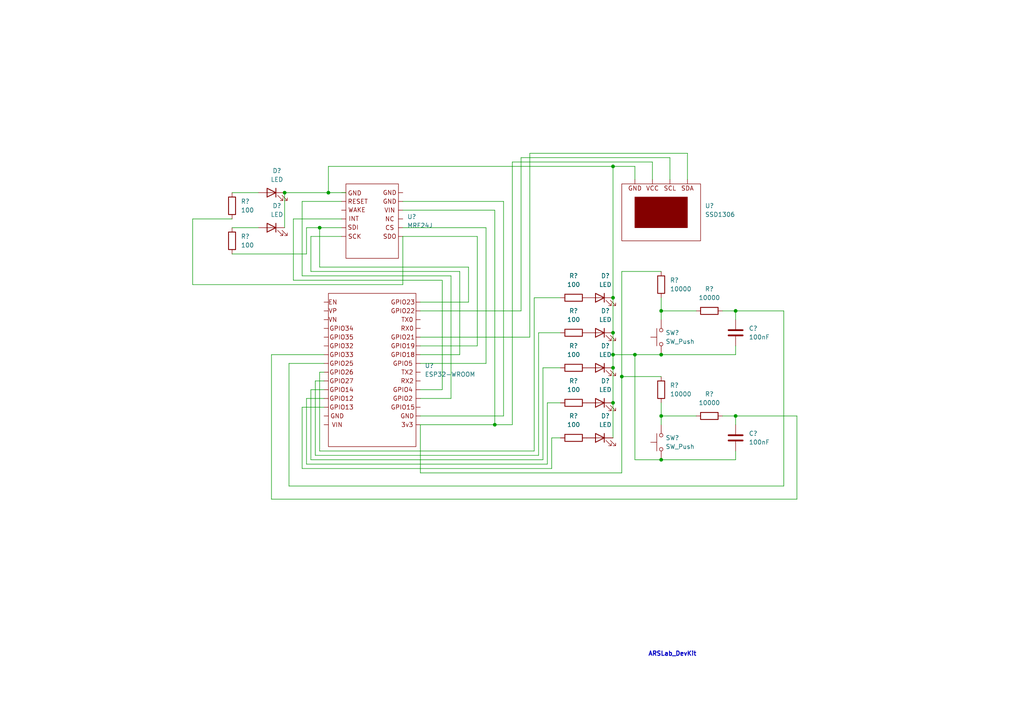
<source format=kicad_sch>
(kicad_sch (version 20211123) (generator eeschema)
  (paper "A4")
  (lib_symbols
    (symbol "Custom:ESP32-WROOM"
      (property "Reference" "U" (at 0 -16.51 0))
      (property "Value" "ESP32-WROOM" (at 0 -17.78 0))
      (symbol "ESP32-WROOM_0_0"
        (rectangle (start -12.7 25.4) (end 12.7 -19.05))
        (polyline (pts (xy -12.7 -12.7) (xy -13.97 -12.7)))
        (polyline (pts (xy -12.7 -10.16) (xy -13.97 -10.16)))
        (polyline (pts (xy -12.7 -7.62) (xy -13.97 -7.62)))
        (polyline (pts (xy -12.7 -5.08) (xy -13.97 -5.08)))
        (polyline (pts (xy -12.7 -2.54) (xy -13.97 -2.54)))
        (polyline (pts (xy -12.7 0) (xy -13.97 0)))
        (polyline (pts (xy -12.7 2.54) (xy -13.97 2.54)))
        (polyline (pts (xy -12.7 5.08) (xy -13.97 5.08)))
        (polyline (pts (xy -12.7 7.62) (xy -13.97 7.62)))
        (polyline (pts (xy -12.7 10.16) (xy -13.97 10.16)))
        (polyline (pts (xy -12.7 12.7) (xy -13.97 12.7)))
        (polyline (pts (xy -12.7 15.24) (xy -13.97 15.24)))
        (polyline (pts (xy -12.7 17.78) (xy -13.97 17.78)))
        (polyline (pts (xy -12.7 20.32) (xy -13.97 20.32)))
        (polyline (pts (xy -12.7 22.86) (xy -13.97 22.86)))
        (polyline (pts (xy 12.7 -12.7) (xy 13.97 -12.7)))
        (polyline (pts (xy 12.7 -10.16) (xy 13.97 -10.16)))
        (polyline (pts (xy 12.7 -7.62) (xy 13.97 -7.62)))
        (polyline (pts (xy 12.7 -5.08) (xy 13.97 -5.08)))
        (polyline (pts (xy 12.7 -2.54) (xy 13.97 -2.54)))
        (polyline (pts (xy 12.7 0) (xy 13.97 0)))
        (polyline (pts (xy 12.7 2.54) (xy 13.97 2.54)))
        (polyline (pts (xy 12.7 5.08) (xy 13.97 5.08)))
        (polyline (pts (xy 12.7 7.62) (xy 13.97 7.62)))
        (polyline (pts (xy 12.7 10.16) (xy 13.97 10.16)))
        (polyline (pts (xy 12.7 12.7) (xy 13.97 12.7)))
        (polyline (pts (xy 12.7 15.24) (xy 13.97 15.24)))
        (polyline (pts (xy 12.7 17.78) (xy 13.97 17.78)))
        (polyline (pts (xy 12.7 20.32) (xy 13.97 20.32)))
        (polyline (pts (xy 12.7 22.86) (xy 13.97 22.86)))
        (text "3v3" (at 10.16 -12.7 0) (effects (font (size 1.27 1.27))))
        (text "EN" (at -11.43 22.86 0) (effects (font (size 1.27 1.27))))
        (text "GND" (at -10.16 -10.16 0) (effects (font (size 1.27 1.27))))
        (text "GND" (at 10.16 -10.16 0) (effects (font (size 1.27 1.27))))
        (text "GPIO12" (at -8.89 -5.08 0) (effects (font (size 1.27 1.27))))
        (text "GPIO13" (at -8.89 -7.62 0) (effects (font (size 1.27 1.27))))
        (text "GPIO14" (at -8.89 -2.54 0) (effects (font (size 1.27 1.27))))
        (text "GPIO15" (at 8.89 -7.62 0) (effects (font (size 1.27 1.27))))
        (text "GPIO18" (at 8.89 7.62 0) (effects (font (size 1.27 1.27))))
        (text "GPIO19" (at 8.89 10.16 0) (effects (font (size 1.27 1.27))))
        (text "GPIO2" (at 8.89 -5.08 0) (effects (font (size 1.27 1.27))))
        (text "GPIO21" (at 8.89 12.7 0) (effects (font (size 1.27 1.27))))
        (text "GPIO22" (at 8.89 20.32 0) (effects (font (size 1.27 1.27))))
        (text "GPIO23" (at 8.89 22.86 0) (effects (font (size 1.27 1.27))))
        (text "GPIO25" (at -8.89 5.08 0) (effects (font (size 1.27 1.27))))
        (text "GPIO26" (at -8.89 2.54 0) (effects (font (size 1.27 1.27))))
        (text "GPIO27" (at -8.89 0 0) (effects (font (size 1.27 1.27))))
        (text "GPIO32" (at -8.89 10.16 0) (effects (font (size 1.27 1.27))))
        (text "GPIO33" (at -8.89 7.62 0) (effects (font (size 1.27 1.27))))
        (text "GPIO34" (at -8.89 15.24 0) (effects (font (size 1.27 1.27))))
        (text "GPIO35" (at -8.89 12.7 0) (effects (font (size 1.27 1.27))))
        (text "GPIO4" (at 8.89 -2.54 0) (effects (font (size 1.27 1.27))))
        (text "GPIO5" (at 8.89 5.08 0) (effects (font (size 1.27 1.27))))
        (text "RX0" (at 10.16 15.24 0) (effects (font (size 1.27 1.27))))
        (text "RX2" (at 10.16 0 0) (effects (font (size 1.27 1.27))))
        (text "TX0" (at 10.16 17.78 0) (effects (font (size 1.27 1.27))))
        (text "TX2" (at 10.16 2.54 0) (effects (font (size 1.27 1.27))))
        (text "VIN" (at -10.16 -12.7 0) (effects (font (size 1.27 1.27))))
        (text "VN" (at -11.43 17.78 0) (effects (font (size 1.27 1.27))))
        (text "VP" (at -11.43 20.32 0) (effects (font (size 1.27 1.27))))
      )
    )
    (symbol "Custom:MRF24J"
      (property "Reference" "U" (at 0 -5.9757 0))
      (property "Value" "MRF24J" (at 0 -7.62 0))
      (symbol "MRF24J_0_0"
        (rectangle (start -7.62 12.7) (end 7.62 -8.89))
        (polyline (pts (xy -7.62 -2.54) (xy -8.89 -2.54)))
        (polyline (pts (xy -7.62 0) (xy -8.89 0)))
        (polyline (pts (xy -7.62 2.54) (xy -8.89 2.54)))
        (polyline (pts (xy -7.62 5.08) (xy -8.89 5.08)))
        (polyline (pts (xy -7.62 7.62) (xy -8.89 7.62)))
        (polyline (pts (xy -7.62 10.16) (xy -8.89 10.16)))
        (polyline (pts (xy 7.62 -2.54) (xy 8.89 -2.54)))
        (polyline (pts (xy 7.62 0) (xy 8.89 0)))
        (polyline (pts (xy 7.62 2.54) (xy 8.89 2.54)))
        (polyline (pts (xy 7.62 5.08) (xy 8.89 5.08)))
        (polyline (pts (xy 7.62 7.62) (xy 8.89 7.62)))
        (polyline (pts (xy 7.62 10.16) (xy 8.89 10.16)))
        (text "CS" (at 5.08 0 0) (effects (font (size 1.27 1.27))))
        (text "GND" (at -5.0676 10.0417 0) (effects (font (size 1.27 1.27))))
        (text "GND" (at 5.08 7.62 0) (effects (font (size 1.27 1.27))))
        (text "GND" (at 5.08 10.16 0) (effects (font (size 1.27 1.27))))
        (text "INT" (at -5.3391 2.6212 0) (effects (font (size 1.27 1.27))))
        (text "NC" (at 5.08 2.54 0) (effects (font (size 1.27 1.27))))
        (text "RESET" (at -4.1627 7.5984 0) (effects (font (size 1.27 1.27))))
        (text "SCK" (at -5.08 -2.54 0) (effects (font (size 1.27 1.27))))
        (text "SDI" (at -5.5201 0.0874 0) (effects (font (size 1.27 1.27))))
        (text "SDO" (at 5.08 -2.54 0) (effects (font (size 1.27 1.27))))
        (text "VIN" (at 5.08 5.08 0) (effects (font (size 1.27 1.27))))
        (text "WAKE" (at -4.4342 5.1551 0) (effects (font (size 1.27 1.27))))
      )
    )
    (symbol "Custom:SSD1306"
      (property "Reference" "U" (at 0 -5.08 0))
      (property "Value" "SSD1306" (at 0 -6.35 0))
      (symbol "SSD1306_0_0"
        (rectangle (start -11.43 8.89) (end 11.43 -7.62))
        (rectangle (start -7.62 5.08) (end 7.62 -3.81) (fill (type outline)))
        (polyline (pts (xy -7.62 8.89) (xy -7.62 10.16)))
        (polyline (pts (xy -2.54 8.89) (xy -2.54 10.16)))
        (polyline (pts (xy 2.54 8.89) (xy 2.54 10.16)))
        (polyline (pts (xy 7.62 8.89) (xy 7.62 10.16)))
        (text "GND" (at -7.62 7.62 0) (effects (font (size 1.27 1.27))))
        (text "SCL" (at 2.54 7.62 0) (effects (font (size 1.27 1.27))))
        (text "SDA" (at 7.62 7.62 0) (effects (font (size 1.27 1.27))))
        (text "VCC" (at -2.54 7.62 0) (effects (font (size 1.27 1.27))))
      )
    )
    (symbol "Device:C" (pin_numbers hide) (pin_names (offset 0.254))
      (property "Reference" "C" (at 0.635 2.54 0))
      (property "Value" "C" (at 0.635 -2.54 0))
      (symbol "C_0_1"
        (polyline (pts (xy -2.032 -0.762) (xy 2.032 -0.762)) (stroke (width 0.508)))
        (polyline (pts (xy -2.032 0.762) (xy 2.032 0.762)) (stroke (width 0.508)))
      )
      (symbol "C_1_1"
        (pin passive line (at 0 3.81 270) (length 2.794) (name "~") (number "1"))
        (pin passive line (at 0 -3.81 90) (length 2.794) (name "~") (number "2"))
      )
    )
    (symbol "Device:LED" (pin_numbers hide) (pin_names (offset 1.016) hide)
      (property "Reference" "D" (at 0 2.54 0))
      (property "Value" "LED" (at 0 -2.54 0))
      (symbol "LED_0_1"
        (polyline (pts (xy -1.27 -1.27) (xy -1.27 1.27)) (stroke (width 0.254)))
        (polyline (pts (xy -1.27 0) (xy 1.27 0)))
        (polyline (pts (xy 1.27 -1.27) (xy 1.27 1.27) (xy -1.27 0) (xy 1.27 -1.27)) (stroke (width 0.254)))
        (polyline (pts (xy -3.048 -0.762) (xy -4.572 -2.286) (xy -3.81 -2.286) (xy -4.572 -2.286) (xy -4.572 -1.524)))
        (polyline (pts (xy -1.778 -0.762) (xy -3.302 -2.286) (xy -2.54 -2.286) (xy -3.302 -2.286) (xy -3.302 -1.524)))
      )
      (symbol "LED_1_1"
        (pin passive line (at -3.81 0 0) (length 2.54) (name "K") (number "1"))
        (pin passive line (at 3.81 0 180) (length 2.54) (name "A") (number "2"))
      )
    )
    (symbol "Device:R" (pin_numbers hide) (pin_names (offset 0))
      (property "Reference" "R" (at 2.032 0 90))
      (property "Value" "R" (at 0 0 90))
      (symbol "R_0_1"
        (rectangle (start -1.016 -2.54) (end 1.016 2.54) (stroke (width 0.254)))
      )
      (symbol "R_1_1"
        (pin passive line (at 0 3.81 270) (length 1.27) (name "~") (number "1"))
        (pin passive line (at 0 -3.81 90) (length 1.27) (name "~") (number "2"))
      )
    )
    (symbol "Switch:SW_Push" (pin_numbers hide) (pin_names (offset 1.016) hide)
      (property "Reference" "SW" (at 1.27 2.54 0))
      (property "Value" "SW_Push" (at 0 -1.524 0))
      (symbol "SW_Push_0_1"
        (circle (center -2.032 0) (radius 0.508))
        (polyline (pts (xy 0 1.27) (xy 0 3.048)))
        (polyline (pts (xy 2.54 1.27) (xy -2.54 1.27)))
        (circle (center 2.032 0) (radius 0.508))
        (pin passive line (at -5.08 0 0) (length 2.54) (name "1") (number "1"))
        (pin passive line (at 5.08 0 180) (length 2.54) (name "2") (number "2"))
      )
    )
  )
  (junction (at 191.77 90.17))
  (junction (at 213.36 90.17))
  (junction (at 213.36 120.65))
  (junction (at 177.8 102.87))
  (junction (at 191.77 133.35))
  (junction (at 191.77 120.65))
  (junction (at 191.77 102.87))
  (junction (at 177.8 86.36))
  (junction (at 180.34 109.22))
  (junction (at 177.8 106.68))
  (junction (at 184.15 102.87))
  (junction (at 92.71 66.04))
  (junction (at 143.51 123.19))
  (junction (at 177.8 48.26))
  (junction (at 82.55 55.88))
  (junction (at 95.25 55.88))
  (junction (at 177.8 96.52))
  (junction (at 177.8 116.84))
  (wire (pts (xy 133.35 102.87) (xy 133.35 78.74)))
  (wire (pts (xy 184.15 48.26) (xy 177.8 48.26)))
  (wire (pts (xy 158.75 116.84) (xy 158.75 134.62)))
  (wire (pts (xy 177.8 96.52) (xy 177.8 102.87)))
  (wire (pts (xy 177.8 106.68) (xy 177.8 116.84)))
  (wire (pts (xy 148.59 46.99) (xy 148.59 123.19)))
  (wire (pts (xy 88.9 134.62) (xy 88.9 115.57)))
  (wire (pts (xy 148.59 123.19) (xy 143.51 123.19)))
  (wire (pts (xy 83.82 105.41) (xy 93.98 105.41)))
  (wire (pts (xy 82.55 55.88) (xy 95.25 55.88)))
  (wire (pts (xy 162.56 106.68) (xy 157.48 106.68)))
  (wire (pts (xy 95.25 55.88) (xy 100.33 55.88)))
  (wire (pts (xy 162.56 96.52) (xy 156.21 96.52)))
  (wire (pts (xy 121.92 137.16) (xy 121.92 123.19)))
  (wire (pts (xy 128.27 113.03) (xy 128.27 81.28)))
  (wire (pts (xy 154.94 130.81) (xy 92.71 130.81)))
  (wire (pts (xy 116.84 60.96) (xy 143.51 60.96)))
  (wire (pts (xy 87.63 118.11) (xy 93.98 118.11)))
  (wire (pts (xy 85.09 81.28) (xy 85.09 63.5)))
  (wire (pts (xy 135.89 77.47) (xy 92.71 77.47)))
  (wire (pts (xy 121.92 100.33) (xy 138.43 100.33)))
  (wire (pts (xy 191.77 90.17) (xy 201.93 90.17)))
  (wire (pts (xy 162.56 116.84) (xy 158.75 116.84)))
  (wire (pts (xy 121.92 115.57) (xy 130.81 115.57)))
  (wire (pts (xy 213.36 90.17) (xy 213.36 92.71)))
  (wire (pts (xy 78.74 102.87) (xy 93.98 102.87)))
  (wire (pts (xy 231.14 120.65) (xy 231.14 144.78)))
  (wire (pts (xy 92.71 107.95) (xy 93.98 107.95)))
  (wire (pts (xy 189.23 52.07) (xy 189.23 46.99)))
  (wire (pts (xy 133.35 78.74) (xy 90.17 78.74)))
  (wire (pts (xy 184.15 102.87) (xy 191.77 102.87)))
  (wire (pts (xy 177.8 102.87) (xy 184.15 102.87)))
  (wire (pts (xy 199.39 44.45) (xy 153.67 44.45)))
  (wire (pts (xy 92.71 77.47) (xy 92.71 66.04)))
  (wire (pts (xy 92.71 130.81) (xy 92.71 107.95)))
  (wire (pts (xy 157.48 133.35) (xy 90.17 133.35)))
  (wire (pts (xy 116.84 66.04) (xy 140.97 66.04)))
  (wire (pts (xy 191.77 120.65) (xy 201.93 120.65)))
  (wire (pts (xy 191.77 78.74) (xy 180.34 78.74)))
  (wire (pts (xy 92.71 66.04) (xy 99.06 66.04)))
  (wire (pts (xy 90.17 78.74) (xy 90.17 68.58)))
  (wire (pts (xy 153.67 44.45) (xy 153.67 97.79)))
  (wire (pts (xy 67.31 55.88) (xy 74.93 55.88)))
  (wire (pts (xy 116.84 82.55) (xy 116.84 68.58)))
  (wire (pts (xy 191.77 133.35) (xy 213.36 133.35)))
  (wire (pts (xy 140.97 105.41) (xy 140.97 66.04)))
  (wire (pts (xy 130.81 115.57) (xy 130.81 80.01)))
  (wire (pts (xy 116.84 58.42) (xy 146.05 58.42)))
  (wire (pts (xy 180.34 78.74) (xy 180.34 109.22)))
  (wire (pts (xy 162.56 86.36) (xy 154.94 86.36)))
  (wire (pts (xy 209.55 120.65) (xy 213.36 120.65)))
  (wire (pts (xy 199.39 52.07) (xy 199.39 44.45)))
  (wire (pts (xy 194.31 52.07) (xy 194.31 45.72)))
  (wire (pts (xy 121.92 97.79) (xy 153.67 97.79)))
  (wire (pts (xy 231.14 144.78) (xy 78.74 144.78)))
  (wire (pts (xy 121.92 105.41) (xy 140.97 105.41)))
  (wire (pts (xy 91.44 110.49) (xy 93.98 110.49)))
  (wire (pts (xy 191.77 120.65) (xy 191.77 123.19)))
  (wire (pts (xy 209.55 90.17) (xy 213.36 90.17)))
  (wire (pts (xy 184.15 52.07) (xy 184.15 48.26)))
  (wire (pts (xy 143.51 123.19) (xy 143.51 60.96)))
  (wire (pts (xy 121.92 90.17) (xy 151.13 90.17)))
  (wire (pts (xy 191.77 109.22) (xy 180.34 109.22)))
  (wire (pts (xy 151.13 45.72) (xy 151.13 90.17)))
  (wire (pts (xy 87.63 58.42) (xy 99.06 58.42)))
  (wire (pts (xy 67.31 63.5) (xy 55.88 63.5)))
  (wire (pts (xy 91.44 132.08) (xy 91.44 110.49)))
  (wire (pts (xy 121.92 87.63) (xy 135.89 87.63)))
  (wire (pts (xy 180.34 137.16) (xy 121.92 137.16)))
  (wire (pts (xy 88.9 115.57) (xy 93.98 115.57)))
  (wire (pts (xy 121.92 102.87) (xy 133.35 102.87)))
  (wire (pts (xy 191.77 133.35) (xy 184.15 133.35)))
  (wire (pts (xy 67.31 66.04) (xy 74.93 66.04)))
  (wire (pts (xy 162.56 127) (xy 160.02 127)))
  (wire (pts (xy 55.88 82.55) (xy 116.84 82.55)))
  (wire (pts (xy 156.21 96.52) (xy 156.21 132.08)))
  (wire (pts (xy 128.27 81.28) (xy 85.09 81.28)))
  (wire (pts (xy 90.17 68.58) (xy 99.06 68.58)))
  (wire (pts (xy 227.33 140.97) (xy 83.82 140.97)))
  (wire (pts (xy 213.36 90.17) (xy 227.33 90.17)))
  (wire (pts (xy 160.02 135.89) (xy 87.63 135.89)))
  (wire (pts (xy 213.36 133.35) (xy 213.36 130.81)))
  (wire (pts (xy 116.84 68.58) (xy 138.43 68.58)))
  (wire (pts (xy 213.36 120.65) (xy 213.36 123.19)))
  (wire (pts (xy 87.63 80.01) (xy 87.63 58.42)))
  (wire (pts (xy 135.89 87.63) (xy 135.89 77.47)))
  (wire (pts (xy 156.21 132.08) (xy 91.44 132.08)))
  (wire (pts (xy 55.88 63.5) (xy 55.88 82.55)))
  (wire (pts (xy 191.77 102.87) (xy 213.36 102.87)))
  (wire (pts (xy 177.8 102.87) (xy 177.8 106.68)))
  (wire (pts (xy 227.33 90.17) (xy 227.33 140.97)))
  (wire (pts (xy 213.36 120.65) (xy 231.14 120.65)))
  (wire (pts (xy 177.8 86.36) (xy 177.8 96.52)))
  (wire (pts (xy 138.43 100.33) (xy 138.43 68.58)))
  (wire (pts (xy 213.36 102.87) (xy 213.36 100.33)))
  (wire (pts (xy 189.23 46.99) (xy 148.59 46.99)))
  (wire (pts (xy 191.77 86.36) (xy 191.77 90.17)))
  (wire (pts (xy 83.82 140.97) (xy 83.82 105.41)))
  (wire (pts (xy 130.81 80.01) (xy 87.63 80.01)))
  (wire (pts (xy 85.09 63.5) (xy 99.06 63.5)))
  (wire (pts (xy 180.34 109.22) (xy 180.34 137.16)))
  (wire (pts (xy 177.8 48.26) (xy 95.25 48.26)))
  (wire (pts (xy 177.8 48.26) (xy 177.8 86.36)))
  (wire (pts (xy 82.55 55.88) (xy 82.55 66.04)))
  (wire (pts (xy 146.05 120.65) (xy 146.05 58.42)))
  (wire (pts (xy 78.74 144.78) (xy 78.74 102.87)))
  (wire (pts (xy 67.31 73.66) (xy 88.9 73.66)))
  (wire (pts (xy 121.92 113.03) (xy 128.27 113.03)))
  (wire (pts (xy 90.17 133.35) (xy 90.17 113.03)))
  (wire (pts (xy 194.31 45.72) (xy 151.13 45.72)))
  (wire (pts (xy 121.92 123.19) (xy 143.51 123.19)))
  (wire (pts (xy 88.9 73.66) (xy 88.9 66.04)))
  (wire (pts (xy 177.8 116.84) (xy 177.8 127)))
  (wire (pts (xy 184.15 133.35) (xy 184.15 102.87)))
  (wire (pts (xy 157.48 106.68) (xy 157.48 133.35)))
  (wire (pts (xy 191.77 90.17) (xy 191.77 92.71)))
  (wire (pts (xy 90.17 113.03) (xy 93.98 113.03)))
  (wire (pts (xy 154.94 86.36) (xy 154.94 130.81)))
  (wire (pts (xy 160.02 127) (xy 160.02 135.89)))
  (wire (pts (xy 158.75 134.62) (xy 88.9 134.62)))
  (wire (pts (xy 121.92 120.65) (xy 146.05 120.65)))
  (wire (pts (xy 191.77 116.84) (xy 191.77 120.65)))
  (wire (pts (xy 95.25 48.26) (xy 95.25 55.88)))
  (wire (pts (xy 88.9 66.04) (xy 92.71 66.04)))
  (wire (pts (xy 87.63 135.89) (xy 87.63 118.11)))
  (text "ARSLab_DevKit" (at 187.96 190.5 0) (effects (font (size 1.27 1.27) (thickness 0.254) bold) (justify left bottom)))
  (symbol (lib_id "Switch:SW_Push") (at 191.77 97.79 90) (unit 1)
    (property "Reference" "SW?" (at 193.04 96.5199 90) (effects (justify right)))
    (property "Value" "SW_Push" (at 193.04 99.0599 90) (effects (justify right)))
  )
  (symbol (lib_id "Device:LED") (at 78.74 66.04 0) (mirror y) (unit 1)
    (property "Reference" "D?" (at 80.3275 59.69 0))
    (property "Value" "LED" (at 80.3275 62.23 0))
  )
  (symbol (lib_id "Device:LED") (at 173.99 86.36 0) (mirror y) (unit 1)
    (property "Reference" "D?" (at 175.5775 80.01 0))
    (property "Value" "LED" (at 175.5775 82.55 0))
  )
  (symbol (lib_id "Custom:ESP32-WROOM") (at 107.95 110.49 0) (unit 1)
    (property "Reference" "U?" (at 123.19 106.0449 0) (effects (justify left)))
    (property "Value" "ESP32-WROOM" (at 123.19 108.5849 0) (effects (justify left)))
  )
  (symbol (lib_id "Device:C") (at 213.36 96.52 0) (unit 1)
    (property "Reference" "C?" (at 217.17 95.2499 0) (effects (justify left)))
    (property "Value" "100nF" (at 217.17 97.7899 0) (effects (justify left)))
  )
  (symbol (lib_id "Device:R") (at 205.74 120.65 270) (unit 1)
    (property "Reference" "R?" (at 205.74 114.3 90))
    (property "Value" "10000" (at 205.74 116.84 90))
  )
  (symbol (lib_id "Device:R") (at 191.77 82.55 0) (unit 1)
    (property "Reference" "R?" (at 194.31 81.2799 0) (effects (justify left)))
    (property "Value" "10000" (at 194.31 83.8199 0) (effects (justify left)))
  )
  (symbol (lib_id "Device:LED") (at 173.99 127 0) (mirror y) (unit 1)
    (property "Reference" "D?" (at 175.5775 120.65 0))
    (property "Value" "LED" (at 175.5775 123.19 0))
  )
  (symbol (lib_id "Device:LED") (at 173.99 96.52 0) (mirror y) (unit 1)
    (property "Reference" "D?" (at 175.5775 90.17 0))
    (property "Value" "LED" (at 175.5775 92.71 0))
  )
  (symbol (lib_id "Device:C") (at 213.36 127 0) (unit 1)
    (property "Reference" "C?" (at 217.17 125.7299 0) (effects (justify left)))
    (property "Value" "100nF" (at 217.17 128.2699 0) (effects (justify left)))
  )
  (symbol (lib_id "Device:LED") (at 173.99 116.84 0) (mirror y) (unit 1)
    (property "Reference" "D?" (at 175.5775 110.49 0))
    (property "Value" "LED" (at 175.5775 113.03 0))
  )
  (symbol (lib_id "Device:R") (at 166.37 96.52 270) (unit 1)
    (property "Reference" "R?" (at 166.37 90.17 90))
    (property "Value" "100" (at 166.37 92.71 90))
  )
  (symbol (lib_id "Device:R") (at 67.31 69.85 0) (unit 1)
    (property "Reference" "R?" (at 69.85 68.5799 0) (effects (justify left)))
    (property "Value" "100" (at 69.85 71.1199 0) (effects (justify left)))
  )
  (symbol (lib_id "Device:R") (at 67.31 59.69 0) (unit 1)
    (property "Reference" "R?" (at 69.85 58.4199 0) (effects (justify left)))
    (property "Value" "100" (at 69.85 60.9599 0) (effects (justify left)))
  )
  (symbol (lib_id "Device:LED") (at 173.99 106.68 0) (mirror y) (unit 1)
    (property "Reference" "D?" (at 175.5775 100.33 0))
    (property "Value" "LED" (at 175.5775 102.87 0))
  )
  (symbol (lib_id "Device:R") (at 205.74 90.17 270) (unit 1)
    (property "Reference" "R?" (at 205.74 83.82 90))
    (property "Value" "10000" (at 205.74 86.36 90))
  )
  (symbol (lib_id "Device:LED") (at 78.74 55.88 0) (mirror y) (unit 1)
    (property "Reference" "D?" (at 80.3275 49.53 0))
    (property "Value" "LED" (at 80.3275 52.07 0))
  )
  (symbol (lib_id "Custom:MRF24J") (at 107.95 66.04 0) (unit 1)
    (property "Reference" "U?" (at 118.11 62.8649 0) (effects (justify left)))
    (property "Value" "MRF24J" (at 118.11 65.4049 0) (effects (justify left)))
  )
  (symbol (lib_id "Device:R") (at 166.37 127 270) (unit 1)
    (property "Reference" "R?" (at 166.37 120.65 90))
    (property "Value" "100" (at 166.37 123.19 90))
  )
  (symbol (lib_id "Device:R") (at 166.37 116.84 270) (unit 1)
    (property "Reference" "R?" (at 166.37 110.49 90))
    (property "Value" "100" (at 166.37 113.03 90))
  )
  (symbol (lib_id "Device:R") (at 166.37 86.36 270) (unit 1)
    (property "Reference" "R?" (at 166.37 80.01 90))
    (property "Value" "100" (at 166.37 82.55 90))
  )
  (symbol (lib_id "Device:R") (at 191.77 113.03 0) (unit 1)
    (property "Reference" "R?" (at 194.31 111.7599 0) (effects (justify left)))
    (property "Value" "10000" (at 194.31 114.2999 0) (effects (justify left)))
  )
  (symbol (lib_id "Switch:SW_Push") (at 191.77 128.27 90) (unit 1)
    (property "Reference" "SW?" (at 193.04 126.9999 90) (effects (justify right)))
    (property "Value" "SW_Push" (at 193.04 129.5399 90) (effects (justify right)))
  )
  (symbol (lib_id "Device:R") (at 166.37 106.68 270) (unit 1)
    (property "Reference" "R?" (at 166.37 100.33 90))
    (property "Value" "100" (at 166.37 102.87 90))
  )
  (symbol (lib_id "Custom:SSD1306") (at 191.77 62.23 0) (unit 1)
    (property "Reference" "U?" (at 204.47 59.6899 0) (effects (justify left)))
    (property "Value" "SSD1306" (at 204.47 62.2299 0) (effects (justify left)))
  )
)
</source>
